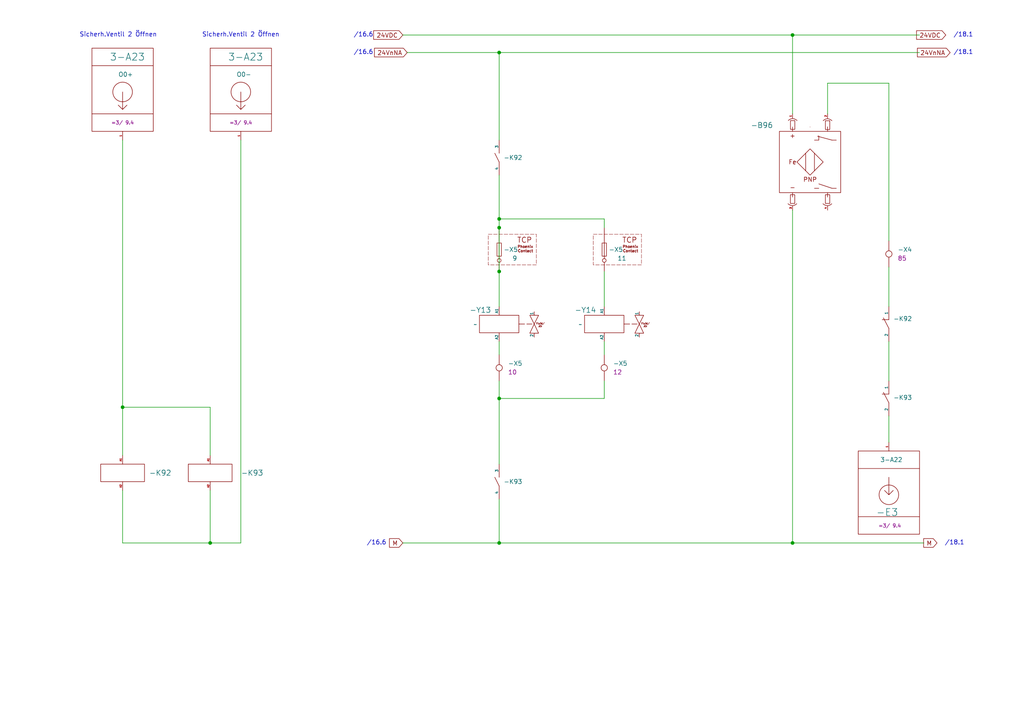
<source format=kicad_sch>
(kicad_sch (version 20250114) (generator "eeschema") (generator_version "9.0")
  (paper "A4")
  (title_block (comment 4 "3"))
  (lib_symbols
    (symbol "TCP_(X)_1" (pin_numbers (hide yes)) (pin_names (offset 0) (hide yes))
      (property "Reference" "-X" (at -9.398 7.366 0))
      (symbol "TCP_(X)_1_0_1"
        (polyline (pts (xy -3.81 -5.334) (xy -3.81 -3.81)))
      )
      (symbol "TCP_(X)_1_1_1"
        (rectangle (start -6.985 4.445) (end 6.985 -4.445) (stroke (width 0.1016) (type dash)))
        (rectangle (start -4.445 1.905) (end -3.175 -1.905))
        (circle (center -3.8101 -3.155) (radius 0.5341))
        (polyline (pts (xy -3.81 5.08) (xy -3.81 -2.54)))
        (text "TCP" (at 3.556 2.794 0) (effects (font (size 1.524 1.524))))
        (text "Phoenix\nContact" (at 6.096 0.254 0) (effects (font (size 0.762 0.762)) (justify right)))
        (pin passive line (at -3.81 6.35 270) (length 1.27) (name "") (number ""))
        (pin passive line (at -3.81 -6.35 90) (length 1.016) (name ".") (number ""))
      )
    )
    (symbol "Verbinder_Standart_einfach_(X)_1" (pin_numbers (hide yes)) (pin_names (offset 0))
      (property "Reference" "-X" (at -4.572 2.794 0))
      (property "Nummer" "x" (at 3.048 3.048 0))
      (symbol "Verbinder_Standart_einfach_(X)_1_0_1"
        (polyline (pts (xy 0 1.27) (xy 0 1.016)))
        (circle (center 0 0) (radius 0.9158))
        (polyline (pts (xy 0 -1.27) (xy 0 -1.016)))
      )
      (symbol "Verbinder_Standart_einfach_(X)_1_1_1"
        (pin passive line (at 0 3.81 270) (length 2.54) (name "") (number ""))
        (pin passive line (at 0 -3.81 90) (length 2.54) (name "") (number ""))
      )
    )
    (symbol "Verbinder_Standart_einfach_(X)_2" (pin_numbers (hide yes)) (pin_names (offset 0))
      (property "Reference" "-X" (at -4.572 2.794 0))
      (property "Nummer" "x" (at 3.048 3.048 0))
      (symbol "Verbinder_Standart_einfach_(X)_2_0_1"
        (polyline (pts (xy 0 1.27) (xy 0 1.016)))
        (circle (center 0 0) (radius 0.9158))
        (polyline (pts (xy 0 -1.27) (xy 0 -1.016)))
      )
      (symbol "Verbinder_Standart_einfach_(X)_2_1_1"
        (pin passive line (at 0 3.81 270) (length 2.54) (name "") (number ""))
        (pin passive line (at 0 -3.81 90) (length 2.54) (name "") (number ""))
      )
    )
    (symbol "standart:PLC_IN_(E)" (on_board no)
      (property "Reference" "-E" (at -6.35 10.16 0))
      (property "Target" "=Gruppe/ Seite.Pfad" (at 0.254 -8.382 0))
      (symbol "PLC_IN_(E)_0_1"
        (rectangle (start -8.89 12.7) (end 8.89 -11.43))
        (polyline (pts (xy -8.89 7.62) (xy 8.89 7.62)))
        (polyline (pts (xy -8.89 -6.35) (xy 8.89 -6.35)))
        (polyline (pts (xy 0 5.08) (xy 0 0) (xy 1.27 1.27) (xy 0 0) (xy -1.27 1.27)))
        (circle (center 0 0) (radius 2.8398))
      )
      (symbol "PLC_IN_(E)_1_1"
        (pin input line (at 0 15.24 270) (length 2.54) (name "") (number "1"))
      )
    )
    (symbol "standart:PLC_OUT_(A)" (on_board no)
      (property "Reference" "-A" (at -6.35 10.16 0))
      (property "Target" "=Gruppe/ Seite.Pfad" (at 0 -8.89 0))
      (symbol "PLC_OUT_(A)_0_1"
        (rectangle (start -8.89 12.7) (end 8.89 -11.43))
        (polyline (pts (xy -8.89 7.62) (xy 8.89 7.62)))
        (polyline (pts (xy -8.89 -6.35) (xy 8.89 -6.35)))
        (polyline (pts (xy 0 0) (xy 0 -5.08) (xy 1.27 -3.81) (xy 0 -5.08) (xy -1.27 -3.81)))
        (circle (center 0 0) (radius 2.8398))
      )
      (symbol "PLC_OUT_(A)_1_1"
        (pin output line (at 0 -13.97 90) (length 2.54) (name "") (number "1"))
      )
    )
    (symbol "standart:Relais_(K)_A1-A2" (pin_names (hide yes))
      (property "Reference" "-K" (at -4.572 5.842 0))
      (symbol "Relais_(K)_A1-A2_0_1"
        (rectangle (start -6.35 2.54) (end 6.35 -2.54))
      )
      (symbol "Relais_(K)_A1-A2_1_1"
        (pin passive line (at 0 5.08 270) (length 2.54) (name "") (number "A1"))
        (pin passive line (at 0 -5.08 90) (length 2.54) (name "") (number "A2"))
      )
    )
    (symbol "standart:Relais_(K)_NC" (pin_numbers (hide yes)) (pin_names (offset 0))
      (property "Reference" "-K" (at -4.572 4.318 0))
      (symbol "Relais_(K)_NC_0_1"
        (polyline (pts (xy 0 1.27) (xy -1.944 1.27)))
        (polyline (pts (xy 0 1.27) (xy 0 1.27)))
        (polyline (pts (xy 0 -1.27) (xy -1.5826 1.7804)))
      )
      (symbol "Relais_(K)_NC_1_1"
        (pin passive line (at 0 5.08 270) (length 3.81) (name "1") (number "1"))
        (pin passive line (at 0 -5.08 90) (length 3.81) (name "2") (number "2"))
      )
    )
    (symbol "standart:Relais_(K)_NO" (pin_numbers (hide yes)) (pin_names (offset 0))
      (property "Reference" "-K" (at -4.318 4.318 0))
      (symbol "Relais_(K)_NO_0_1"
        (polyline (pts (xy 0 1.27) (xy 0 1.27)))
        (polyline (pts (xy 0 -1.27) (xy -1.27 1.27)))
      )
      (symbol "Relais_(K)_NO_1_1"
        (pin passive line (at 0 5.08 270) (length 3.81) (name "3") (number "3"))
        (pin passive line (at 0 -5.08 90) (length 3.81) (name "4") (number "4"))
      )
    )
    (symbol "standart:Sensor_PNP_Fe_(B)_NO_NC"
      (property "Reference" "-B" (at -13.97 10.668 0))
      (symbol "Sensor_PNP_Fe_(B)_NO_NC_0_1"
        (rectangle (start -8.89 8.89) (end 8.89 -8.89))
        (polyline (pts (xy -5.08 8.89) (xy -5.08 10.16)))
        (polyline (pts (xy -5.08 -8.89) (xy -5.08 -10.16)))
        (polyline (pts (xy -3.81 0) (xy 0 3.81) (xy 3.81 0) (xy 0 -3.81) (xy -3.81 0)))
        (polyline (pts (xy -1.27 2.54) (xy -1.27 -2.54)))
        (rectangle (start 0 10.16) (end 0 10.16))
        (polyline (pts (xy 1.27 6.35) (xy 2.54 6.35) (xy 2.54 7.62)))
        (polyline (pts (xy 1.27 2.54) (xy 1.27 -2.54)))
        (polyline (pts (xy 1.27 -7.62) (xy 2.54 -7.62)))
        (rectangle (start 5.08 10.16) (end 5.08 10.16))
        (polyline (pts (xy 5.08 8.89) (xy 5.08 10.16)))
        (polyline (pts (xy 5.08 -8.89) (xy 5.08 -10.16)))
        (polyline (pts (xy 6.35 6.35) (xy 2.1612 7.4737)))
        (polyline (pts (xy 6.35 6.35) (xy 7.62 6.35)))
        (polyline (pts (xy 6.35 -7.62) (xy 2.54 -6.35)))
        (polyline (pts (xy 6.35 -7.62) (xy 7.62 -7.62)))
      )
      (symbol "Sensor_PNP_Fe_(B)_NO_NC_1_1"
        (bezier (pts (xy -6.3012 12.0345) (xy -5.0312 13.3045) (xy -3.7612 12.0345) (xy -3.7612 12.0345)))
        (rectangle (start -5.7031 -9.4835) (end -4.4331 -12.0235) (fill (type color)))
        (rectangle (start -5.6833 12.0107) (end -4.4133 9.4707) (fill (type color)))
        (bezier (pts (xy -3.8638 -12.0969) (xy -5.1338 -13.3669) (xy -6.4038 -12.0969) (xy -6.4038 -12.0969)))
        (bezier (pts (xy 3.8093 11.9806) (xy 5.0793 13.2506) (xy 6.3493 11.9806) (xy 6.3493 11.9806)))
        (rectangle (start 4.4492 -9.4835) (end 5.7192 -12.0235) (fill (type color)))
        (rectangle (start 4.451 11.9632) (end 5.721 9.4232) (fill (type color)))
        (bezier (pts (xy 6.2858 -12.1072) (xy 5.0158 -13.3772) (xy 3.7458 -12.1072) (xy 3.7458 -12.1072)))
        (text "+" (at -5.08 7.62 0) (effects (font (size 1.27 1.27))))
        (text "Fe" (at -5.08 0 0) (effects (font (size 1.27 1.27))))
        (text "-" (at -5.08 -7.366 0) (effects (font (size 1.27 1.27))))
        (text "PNP" (at 0 -5.08 0) (effects (font (size 1.27 1.27))))
        (pin passive line (at -5.08 13.97 270) (length 1.27) (name "") (number "1"))
        (pin passive line (at -5.08 -13.97 90) (length 1.27) (name "") (number "3"))
        (pin passive line (at 5.08 13.97 270) (length 1.27) (name "") (number "2"))
        (pin passive line (at 5.08 -13.97 90) (length 1.27) (name "") (number "4"))
      )
    )
    (symbol "standart:TCP_(X)" (pin_numbers (hide yes)) (pin_names (offset 0) (hide yes))
      (property "Reference" "-X" (at -9.398 7.366 0))
      (symbol "TCP_(X)_0_1"
        (polyline (pts (xy -3.81 -5.334) (xy -3.81 -3.81)))
      )
      (symbol "TCP_(X)_1_1"
        (rectangle (start -6.985 4.445) (end 6.985 -4.445) (stroke (width 0.1016) (type dash)))
        (rectangle (start -4.445 1.905) (end -3.175 -1.905))
        (circle (center -3.8101 -3.155) (radius 0.5341))
        (polyline (pts (xy -3.81 5.08) (xy -3.81 -2.54)))
        (text "TCP" (at 3.556 2.794 0) (effects (font (size 1.524 1.524))))
        (text "Phoenix\nContact" (at 6.096 0.254 0) (effects (font (size 0.762 0.762)) (justify right)))
        (pin passive line (at -3.81 6.35 270) (length 1.27) (name "") (number ""))
        (pin passive line (at -3.81 -6.35 90) (length 1.016) (name ".") (number ""))
      )
    )
    (symbol "standart:Ventil_(Y)" (pin_numbers (hide yes)) (pin_names (offset 0))
      (property "Reference" "-Y" (at -8.636 4.064 0))
      (symbol "Ventil_(Y)_0_1"
        (rectangle (start -5.715 2.54) (end 5.715 -2.54))
      )
      (symbol "Ventil_(Y)_1_1"
        (polyline (pts (xy 5.715 0) (xy 9.525 0)) (stroke (width 0) (type dash)))
        (polyline (pts (xy 10.16 0) (xy 8.8857 -2.6619) (xy 11.4257 -2.6619) (xy 10.16 0) (xy 8.89 2.54) (xy 11.43 2.54) (xy 10.16 0)))
        (text "Fluid/\nAir" (at 11.938 -0.254 0) (effects (font (size 0.508 0.508))))
        (pin passive line (at 0 5.08 270) (length 2.54) (name "A1") (number "A1"))
        (pin passive line (at 0 -5.08 90) (length 2.54) (name "A2") (number "A2"))
        (pin passive line (at 10.16 3.556 270) (length 1.016) (name "1") (number "1"))
        (pin passive line (at 10.16 -3.81 90) (length 1.016) (name "2") (number "2"))
      )
    )
    (symbol "standart:Verbinder_Standart_einfach_(X)" (pin_numbers (hide yes)) (pin_names (offset 0))
      (property "Reference" "-X" (at -4.572 2.794 0))
      (property "Nummer" "x" (at 3.048 3.048 0))
      (symbol "Verbinder_Standart_einfach_(X)_0_1"
        (polyline (pts (xy 0 1.27) (xy 0 1.016)))
        (circle (center 0 0) (radius 0.9158))
        (polyline (pts (xy 0 -1.27) (xy 0 -1.016)))
      )
      (symbol "Verbinder_Standart_einfach_(X)_1_1"
        (pin passive line (at 0 3.81 270) (length 2.54) (name "") (number ""))
        (pin passive line (at 0 -3.81 90) (length 2.54) (name "") (number ""))
      )
    )
  )
  (text "/16.6" (at 105.41 10.16 0) (effects (font (size 1.27 1.27))))
  (text "/18.1" (at 279.4 10.16 0) (effects (font (size 1.27 1.27))))
  (text "/18.1\n" (at 276.86 157.48 0) (effects (font (size 1.27 1.27))))
  (text "Sicherh.Ventil 2 Öffnen" (at 69.85 10.16 0) (effects (font (size 1.27 1.27))))
  (text "Sicherh.Ventil 2 Öffnen" (at 34.29 10.16 0) (effects (font (size 1.27 1.27))))
  (text "/18.1" (at 279.4 15.24 0) (effects (font (size 1.27 1.27))))
  (text "/16.6" (at 105.41 15.24 0) (effects (font (size 1.27 1.27))))
  (text "/16.6\n" (at 109.22 157.48 0) (effects (font (size 1.27 1.27))))
  (junction (at 144.78 15.24))
  (junction (at 144.78 63.5))
  (junction (at 144.78 115.57))
  (junction (at 229.87 10.16))
  (junction (at 144.78 78.74))
  (junction (at 60.96 157.48))
  (junction (at 144.78 157.48))
  (junction (at 144.78 66.04))
  (junction (at 229.87 157.48))
  (junction (at 35.56 118.11))
  (wire (pts (xy 257.81 99.06) (xy 257.81 110.49)))
  (wire (pts (xy 35.56 118.11) (xy 35.56 132.08)))
  (wire (pts (xy 144.78 66.04) (xy 144.78 63.5)))
  (wire (pts (xy 144.78 99.06) (xy 144.78 102.87)))
  (wire (pts (xy 60.96 118.11) (xy 60.96 132.08)))
  (wire (pts (xy 144.78 63.5) (xy 175.26 63.5)))
  (wire (pts (xy 175.26 63.5) (xy 175.26 66.04)))
  (wire (pts (xy 60.96 142.24) (xy 60.96 157.48)))
  (wire (pts (xy 144.78 144.78) (xy 144.78 157.48)))
  (wire (pts (xy 229.87 10.16) (xy 229.87 33.02)))
  (wire (pts (xy 175.26 99.06) (xy 175.26 102.87)))
  (wire (pts (xy 116.84 10.16) (xy 229.87 10.16)))
  (wire (pts (xy 229.87 10.16) (xy 266.7 10.16)))
  (wire (pts (xy 35.56 142.24) (xy 35.56 157.48)))
  (wire (pts (xy 35.56 157.48) (xy 60.96 157.48)))
  (wire (pts (xy 144.78 15.24) (xy 144.78 40.64)))
  (wire (pts (xy 144.78 78.74) (xy 144.78 88.9)))
  (wire (pts (xy 35.56 118.11) (xy 60.96 118.11)))
  (wire (pts (xy 144.78 115.57) (xy 175.26 115.57)))
  (wire (pts (xy 240.03 24.13) (xy 240.03 33.02)))
  (wire (pts (xy 175.26 110.49) (xy 175.26 115.57)))
  (wire (pts (xy 69.85 40.64) (xy 69.85 157.48)))
  (wire (pts (xy 35.56 40.64) (xy 35.56 118.11)))
  (wire (pts (xy 240.03 24.13) (xy 257.81 24.13)))
  (wire (pts (xy 116.84 157.48) (xy 144.78 157.48)))
  (wire (pts (xy 144.78 15.24) (xy 266.7 15.24)))
  (wire (pts (xy 60.96 157.48) (xy 69.85 157.48)))
  (wire (pts (xy 257.81 24.13) (xy 257.81 69.85)))
  (wire (pts (xy 144.78 50.8) (xy 144.78 63.5)))
  (wire (pts (xy 144.78 110.49) (xy 144.78 115.57)))
  (wire (pts (xy 144.78 115.57) (xy 144.78 134.62)))
  (wire (pts (xy 229.87 60.96) (xy 229.87 157.48)))
  (wire (pts (xy 257.81 77.47) (xy 257.81 88.9)))
  (wire (pts (xy 144.78 157.48) (xy 229.87 157.48)))
  (wire (pts (xy 118.11 15.24) (xy 144.78 15.24)))
  (wire (pts (xy 144.78 66.04) (xy 144.78 78.74)))
  (wire (pts (xy 175.26 78.74) (xy 175.26 88.9)))
  (wire (pts (xy 229.87 157.48) (xy 267.97 157.48)))
  (wire (pts (xy 257.81 120.65) (xy 257.81 128.27)))
  (global_label "M" (shape input) (at 116.84 157.48 180) (property "Intersheetrefs" "${INTERSHEET_REFS}" (effects (hide yes))))
  (global_label "24VnNA" (shape input) (at 118.11 15.24 180) (property "Intersheetrefs" "${INTERSHEET_REFS}" (effects (hide yes))))
  (global_label "24VnNA" (shape input) (at 275.59 15.24 180) (property "Intersheetrefs" "${INTERSHEET_REFS}" (effects (hide yes))))
  (global_label "M" (shape input) (at 271.78 157.48 180) (property "Intersheetrefs" "${INTERSHEET_REFS}" (effects (hide yes))))
  (global_label "24VDC" (shape input) (at 116.84 10.16 180) (property "Intersheetrefs" "${INTERSHEET_REFS}" (effects (hide yes))))
  (global_label "24VDC" (shape input) (at 274.32 10.16 180) (property "Intersheetrefs" "${INTERSHEET_REFS}" (effects (hide yes))))
  (symbol (lib_id "standart:Relais_(K)_NO") (at 144.78 45.72 0) (unit 1)
    (property "Reference" "-K92" (at 146.05 45.7199 0) (effects (justify left)))
  )
  (symbol (lib_id "standart:Ventil_(Y)") (at 175.26 93.98 0) (unit 1)
    (property "Reference" "-Y14" (at 166.624 89.916 0) (effects (font (size 1.524 1.524)) (justify left)))
    (property "Value" "~" (at 168.91 94.1069 0) (effects (justify right)))
    (property "Description" "Elektromagnetisches Ventil für Hydraulik und Pneumatik" (effects (hide yes)))
  )
  (symbol (lib_id "standart:Ventil_(Y)") (at 144.78 93.98 0) (unit 1)
    (property "Reference" "-Y13" (at 136.144 89.916 0) (effects (font (size 1.524 1.524)) (justify left)))
    (property "Value" "~" (at 138.43 94.1069 0) (effects (justify right)))
    (property "Description" "Elektromagnetisches Ventil für Hydraulik und Pneumatik" (effects (hide yes)))
  )
  (symbol (lib_name "Verbinder_Standart_einfach_(X)_2") (lib_id "standart:Verbinder_Standart_einfach_(X)") (at 257.81 73.66 0) (unit 1)
    (property "Reference" "-X4" (at 260.35 72.3899 0) (effects (justify left)))
    (property "Nummer" "85" (at 260.35 74.9299 0) (effects (justify left)))
  )
  (symbol (lib_name "Verbinder_Standart_einfach_(X)_1") (lib_id "standart:Verbinder_Standart_einfach_(X)") (at 175.26 106.68 0) (unit 1)
    (property "Reference" "-X5" (at 177.8 105.4099 0) (effects (justify left)))
    (property "Nummer" "12" (at 177.8 107.9499 0) (effects (justify left)))
  )
  (symbol (lib_id "standart:Sensor_PNP_Fe_(B)_NO_NC") (at 234.95 46.99 0) (unit 1)
    (property "Reference" "-B96" (at 220.98 36.322 0) (effects (font (size 1.524 1.524))))
  )
  (symbol (lib_id "standart:Relais_(K)_A1-A2") (at 35.56 137.16 0) (unit 1)
    (property "Reference" "-K92" (at 43.18 137.1599 0) (effects (font (size 1.524 1.524)) (justify left)))
  )
  (symbol (lib_id "standart:PLC_IN_(E)") (at 257.81 143.51 0) (unit 1) (on_board no)
    (property "Reference" "-E3" (at 254 148.59 0) (effects (font (size 2.032 2.032)) (justify left)))
    (property "Value" "3-A22" (at 255.27 133.35 0) (effects (justify left)))
    (property "Target" "=3/ 9.4" (at 258.064 151.892 0) (effects (font (size 1.016 1.016)) (justify top)))
  )
  (symbol (lib_id "standart:Relais_(K)_NO") (at 144.78 139.7 0) (unit 1)
    (property "Reference" "-K93" (at 146.05 139.6999 0) (effects (justify left)))
  )
  (symbol (lib_id "standart:Verbinder_Standart_einfach_(X)") (at 144.78 106.68 0) (unit 1)
    (property "Reference" "-X5" (at 147.32 105.4099 0) (effects (justify left)))
    (property "Nummer" "10" (at 147.32 107.9499 0) (effects (justify left)))
  )
  (symbol (lib_name "TCP_(X)_1") (lib_id "standart:TCP_(X)") (at 179.07 72.39 0) (unit 1)
    (property "Reference" "-X5" (at 176.53 72.39 0) (effects (justify left)))
    (property "Value" "11" (at 179.07 74.93 0) (effects (justify left)))
  )
  (symbol (lib_id "standart:Relais_(K)_NC") (at 257.81 93.98 0) (unit 1)
    (property "Reference" "-K92" (at 259.08 92.4547 0) (effects (justify left)))
  )
  (symbol (lib_id "standart:PLC_OUT_(A)") (at 69.85 26.67 0) (unit 1) (on_board no)
    (property "Reference" "3-A23" (at 66.04 16.51 0) (effects (font (size 2.032 2.032)) (justify left)))
    (property "Value" "O0-" (at 68.58 21.59 0) (effects (justify left)))
    (property "Target" "=3/ 9.4" (at 69.85 35.56 0) (effects (font (size 1.016 1.016))))
  )
  (symbol (lib_id "standart:TCP_(X)") (at 148.59 72.39 0) (unit 1)
    (property "Reference" "-X5" (at 146.05 72.39 0) (effects (justify left)))
    (property "Value" "9" (at 148.59 74.93 0) (effects (justify left)))
  )
  (symbol (lib_id "standart:Relais_(K)_A1-A2") (at 60.96 137.16 0) (unit 1)
    (property "Reference" "-K93" (at 69.85 137.16 0) (effects (font (size 1.524 1.524)) (justify left)))
  )
  (symbol (lib_id "standart:PLC_OUT_(A)") (at 35.56 26.67 0) (unit 1) (on_board no)
    (property "Reference" "3-A23" (at 31.75 16.51 0) (effects (font (size 2.032 2.032)) (justify left)))
    (property "Value" "O0+" (at 34.29 21.59 0) (effects (justify left)))
    (property "Target" "=3/ 9.4" (at 35.56 35.56 0) (effects (font (size 1.016 1.016))))
  )
  (symbol (lib_id "standart:Relais_(K)_NC") (at 257.81 115.57 0) (unit 1)
    (property "Reference" "-K93" (at 259.08 115.3147 0) (effects (justify left)))
  )
)
</source>
